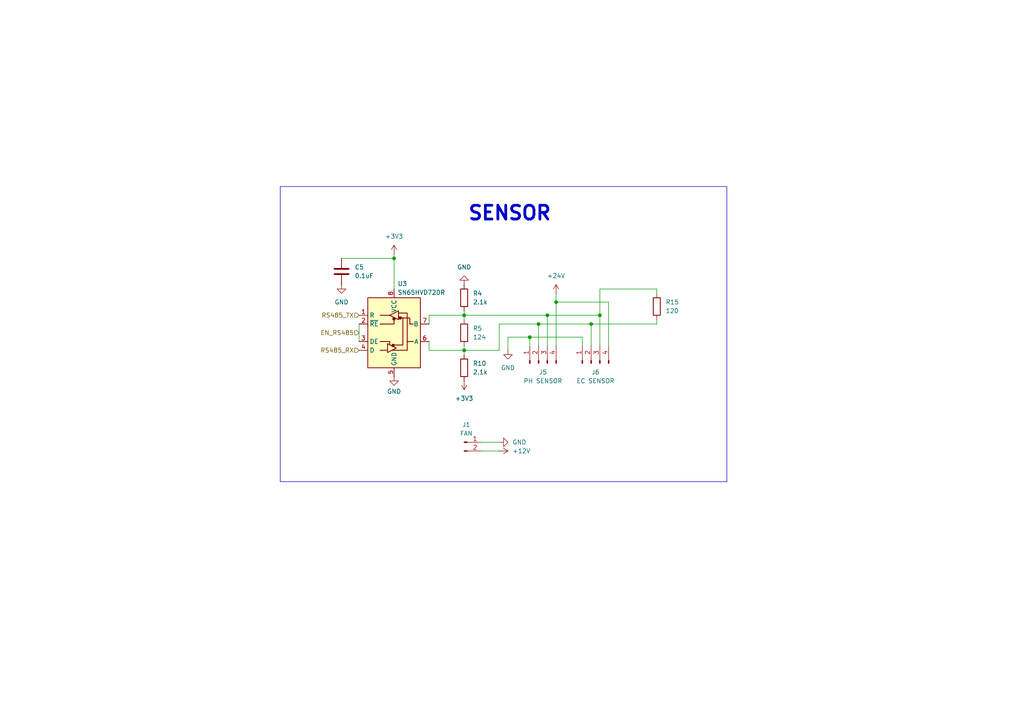
<source format=kicad_sch>
(kicad_sch (version 20231120) (generator "eeschema") (generator_version "8.0")
  (paper "A4")
  (lib_symbols
    (symbol "Connector:Conn_01x02_Pin" (pin_names (offset 1.016) hide)
      (property "Reference" "J" (at 0 2.54 0))
      (property "Value" "Conn_01x02_Pin" (at 0 -5.08 0))
      (symbol "Conn_01x02_Pin_1_1"
        (polyline (pts (xy 1.27 -2.54) (xy 0.8636 -2.54)) (stroke (width 0.1524)))
        (polyline (pts (xy 1.27 0) (xy 0.8636 0)) (stroke (width 0.1524)))
        (rectangle (start 0.8636 -2.413) (end 0 -2.667) (stroke (width 0.1524)) (fill (type outline)))
        (rectangle (start 0.8636 0.127) (end 0 -0.127) (stroke (width 0.1524)) (fill (type outline)))
        (pin passive line (at 5.08 0 180) (length 3.81) (name "Pin_1") (number "1"))
        (pin passive line (at 5.08 -2.54 180) (length 3.81) (name "Pin_2") (number "2"))
      )
    )
    (symbol "Connector:Conn_01x04_Pin" (pin_names (offset 1.016) hide)
      (property "Reference" "J" (at 0 5.08 0))
      (property "Value" "Conn_01x04_Pin" (at 0 -7.62 0))
      (symbol "Conn_01x04_Pin_1_1"
        (polyline (pts (xy 1.27 -5.08) (xy 0.8636 -5.08)) (stroke (width 0.1524)))
        (polyline (pts (xy 1.27 -2.54) (xy 0.8636 -2.54)) (stroke (width 0.1524)))
        (polyline (pts (xy 1.27 0) (xy 0.8636 0)) (stroke (width 0.1524)))
        (polyline (pts (xy 1.27 2.54) (xy 0.8636 2.54)) (stroke (width 0.1524)))
        (rectangle (start 0.8636 -4.953) (end 0 -5.207) (stroke (width 0.1524)) (fill (type outline)))
        (rectangle (start 0.8636 -2.413) (end 0 -2.667) (stroke (width 0.1524)) (fill (type outline)))
        (rectangle (start 0.8636 0.127) (end 0 -0.127) (stroke (width 0.1524)) (fill (type outline)))
        (rectangle (start 0.8636 2.667) (end 0 2.413) (stroke (width 0.1524)) (fill (type outline)))
        (pin passive line (at 5.08 2.54 180) (length 3.81) (name "Pin_1") (number "1"))
        (pin passive line (at 5.08 0 180) (length 3.81) (name "Pin_2") (number "2"))
        (pin passive line (at 5.08 -2.54 180) (length 3.81) (name "Pin_3") (number "3"))
        (pin passive line (at 5.08 -5.08 180) (length 3.81) (name "Pin_4") (number "4"))
      )
    )
    (symbol "Device:C" (pin_numbers hide) (pin_names (offset 0.254))
      (property "Reference" "C" (at 0.635 2.54 0))
      (property "Value" "C" (at 0.635 -2.54 0))
      (symbol "C_0_1"
        (polyline (pts (xy -2.032 -0.762) (xy 2.032 -0.762)) (stroke (width 0.508)))
        (polyline (pts (xy -2.032 0.762) (xy 2.032 0.762)) (stroke (width 0.508)))
      )
      (symbol "C_1_1"
        (pin passive line (at 0 3.81 270) (length 2.794) (name "~") (number "1"))
        (pin passive line (at 0 -3.81 90) (length 2.794) (name "~") (number "2"))
      )
    )
    (symbol "Device:R" (pin_numbers hide) (pin_names (offset 0))
      (property "Reference" "R" (at 2.032 0 90))
      (property "Value" "R" (at 0 0 90))
      (symbol "R_0_1"
        (rectangle (start -1.016 -2.54) (end 1.016 2.54) (stroke (width 0.254)))
      )
      (symbol "R_1_1"
        (pin passive line (at 0 3.81 270) (length 1.27) (name "~") (number "1"))
        (pin passive line (at 0 -3.81 90) (length 1.27) (name "~") (number "2"))
      )
    )
    (symbol "Interface_UART:SN65HVD11HD"
      (property "Reference" "U" (at -7.62 12.7 0))
      (property "Value" "SN65HVD11HD" (at 2.54 12.7 0))
      (symbol "SN65HVD11HD_0_1"
        (rectangle (start -7.62 10.16) (end 7.62 -10.16) (stroke (width 0.254)) (fill (type background)))
        (circle (center -0.3048 -3.683) (radius 0.3556) (stroke (width 0.254)) (fill (type outline)))
        (circle (center -0.0254 4.0386) (radius 0.3556) (stroke (width 0.254)) (fill (type outline)))
        (polyline (pts (xy -4.064 -5.08) (xy -1.905 -5.08)) (stroke (width 0.254)))
        (polyline (pts (xy -4.064 5.08) (xy -1.27 5.08)) (stroke (width 0.254)))
        (polyline (pts (xy -1.27 -3.2004) (xy -1.27 -3.4544)) (stroke (width 0.254)))
        (polyline (pts (xy -4.064 -2.54) (xy -1.27 -2.54) (xy -1.27 -3.175)) (stroke (width 0.254)))
        (polyline (pts (xy 0 3.81) (xy 0 2.54) (xy -4.064 2.54)) (stroke (width 0.254)))
        (polyline (pts (xy 1.27 5.715) (xy 3.81 5.715) (xy 3.81 -2.54)) (stroke (width 0.254)))
        (polyline (pts (xy 2.54 4.318) (xy 2.54 -3.556) (xy -0.254 -3.556)) (stroke (width 0.254)))
        (polyline (pts (xy -1.905 -3.175) (xy -1.905 -5.715) (xy 0.635 -4.445) (xy -1.905 -3.175)) (stroke (width 0.254)))
        (polyline (pts (xy -1.27 5.08) (xy 1.27 6.35) (xy 1.27 3.81) (xy -1.27 5.08)) (stroke (width 0.254)))
        (polyline (pts (xy -0.508 -5.08) (xy 3.81 -5.08) (xy 3.81 -2.54) (xy 5.588 -2.54)) (stroke (width 0.254)))
        (polyline (pts (xy 2.032 4.318) (xy 4.572 4.318) (xy 4.572 2.54) (xy 5.588 2.54)) (stroke (width 0.254)))
        (rectangle (start 1.27 3.175) (end 1.27 3.175))
        (circle (center 1.778 4.318) (radius 0.3556) (stroke (width 0.254)) (fill (type outline)))
      )
      (symbol "SN65HVD11HD_1_1"
        (pin output line (at -10.16 5.08 0) (length 2.54) (name "R") (number "1"))
        (pin input line (at -10.16 2.54 0) (length 2.54) (name "~{RE}") (number "2"))
        (pin input line (at -10.16 -2.54 0) (length 2.54) (name "DE") (number "3"))
        (pin input line (at -10.16 -5.08 0) (length 2.54) (name "D") (number "4"))
        (pin power_in line (at 0 -12.7 90) (length 2.54) (name "GND") (number "5"))
        (pin bidirectional line (at 10.16 -2.54 180) (length 2.54) (name "A") (number "6"))
        (pin bidirectional line (at 10.16 2.54 180) (length 2.54) (name "B") (number "7"))
        (pin power_in line (at 0 12.7 270) (length 2.54) (name "VCC") (number "8"))
      )
    )
    (symbol "power:+12V" (power) (pin_numbers hide) (pin_names (offset 0) hide)
      (property "Value" "+12V" (at 0 3.556 0))
      (symbol "+12V_0_1"
        (polyline (pts (xy -0.762 1.27) (xy 0 2.54)))
        (polyline (pts (xy 0 0) (xy 0 2.54)))
        (polyline (pts (xy 0 2.54) (xy 0.762 1.27)))
      )
      (symbol "+12V_1_1"
        (pin power_in line (at 0 0 90) (length 0) (name "~") (number "1"))
      )
    )
    (symbol "power:+24V" (power) (pin_numbers hide) (pin_names (offset 0) hide)
      (property "Value" "+24V" (at 0 3.556 0))
      (symbol "+24V_0_1"
        (polyline (pts (xy -0.762 1.27) (xy 0 2.54)))
        (polyline (pts (xy 0 0) (xy 0 2.54)))
        (polyline (pts (xy 0 2.54) (xy 0.762 1.27)))
      )
      (symbol "+24V_1_1"
        (pin power_in line (at 0 0 90) (length 0) (name "~") (number "1"))
      )
    )
    (symbol "power:+3V3" (power) (pin_numbers hide) (pin_names (offset 0) hide)
      (property "Value" "+3V3" (at 0 3.556 0))
      (symbol "+3V3_0_1"
        (polyline (pts (xy -0.762 1.27) (xy 0 2.54)))
        (polyline (pts (xy 0 0) (xy 0 2.54)))
        (polyline (pts (xy 0 2.54) (xy 0.762 1.27)))
      )
      (symbol "+3V3_1_1"
        (pin power_in line (at 0 0 90) (length 0) (name "~") (number "1"))
      )
    )
    (symbol "power:GND" (power) (pin_numbers hide) (pin_names (offset 0) hide)
      (property "Value" "GND" (at 0 -3.81 0))
      (symbol "GND_0_1"
        (polyline (pts (xy 0 0) (xy 0 -1.27) (xy 1.27 -1.27) (xy 0 -2.54) (xy -1.27 -1.27) (xy 0 -1.27)))
      )
      (symbol "GND_1_1"
        (pin power_in line (at 0 0 270) (length 0) (name "~") (number "1"))
      )
    )
  )
  (junction (at 171.45 93.98))
  (junction (at 156.21 93.98))
  (junction (at 153.67 97.79))
  (junction (at 134.62 91.44))
  (junction (at 161.29 87.63))
  (junction (at 134.62 101.6))
  (junction (at 158.75 91.44))
  (junction (at 114.3 74.93))
  (junction (at 173.99 91.44))
  (wire (pts (xy 156.21 93.98) (xy 156.21 100.33)))
  (wire (pts (xy 134.62 101.6) (xy 134.62 102.87)))
  (wire (pts (xy 134.62 90.17) (xy 134.62 91.44)))
  (wire (pts (xy 124.46 101.6) (xy 134.62 101.6)))
  (wire (pts (xy 124.46 99.06) (xy 124.46 101.6)))
  (wire (pts (xy 156.21 93.98) (xy 144.78 93.98)))
  (wire (pts (xy 104.14 93.98) (xy 104.14 99.06)))
  (wire (pts (xy 190.5 93.98) (xy 190.5 92.71)))
  (wire (pts (xy 114.3 73.66) (xy 114.3 74.93)))
  (wire (pts (xy 173.99 83.82) (xy 173.99 91.44)))
  (wire (pts (xy 99.06 74.93) (xy 114.3 74.93)))
  (wire (pts (xy 144.78 101.6) (xy 134.62 101.6)))
  (wire (pts (xy 190.5 93.98) (xy 171.45 93.98)))
  (wire (pts (xy 190.5 85.09) (xy 190.5 83.82)))
  (wire (pts (xy 153.67 97.79) (xy 168.91 97.79)))
  (wire (pts (xy 168.91 97.79) (xy 168.91 100.33)))
  (wire (pts (xy 139.7 128.27) (xy 144.78 128.27)))
  (wire (pts (xy 176.53 87.63) (xy 176.53 100.33)))
  (wire (pts (xy 171.45 93.98) (xy 171.45 100.33)))
  (wire (pts (xy 153.67 97.79) (xy 153.67 100.33)))
  (wire (pts (xy 144.78 93.98) (xy 144.78 101.6)))
  (wire (pts (xy 190.5 83.82) (xy 173.99 83.82)))
  (wire (pts (xy 147.32 97.79) (xy 147.32 101.6)))
  (wire (pts (xy 139.7 130.81) (xy 144.78 130.81)))
  (wire (pts (xy 161.29 87.63) (xy 176.53 87.63)))
  (wire (pts (xy 153.67 97.79) (xy 147.32 97.79)))
  (wire (pts (xy 161.29 100.33) (xy 161.29 87.63)))
  (wire (pts (xy 134.62 91.44) (xy 134.62 92.71)))
  (wire (pts (xy 134.62 100.33) (xy 134.62 101.6)))
  (wire (pts (xy 171.45 93.98) (xy 156.21 93.98)))
  (wire (pts (xy 158.75 91.44) (xy 134.62 91.44)))
  (wire (pts (xy 161.29 85.09) (xy 161.29 87.63)))
  (wire (pts (xy 173.99 91.44) (xy 173.99 100.33)))
  (wire (pts (xy 114.3 74.93) (xy 114.3 83.82)))
  (wire (pts (xy 124.46 91.44) (xy 124.46 93.98)))
  (wire (pts (xy 124.46 91.44) (xy 134.62 91.44)))
  (wire (pts (xy 173.99 91.44) (xy 158.75 91.44)))
  (wire (pts (xy 158.75 91.44) (xy 158.75 100.33)))
  (rectangle (start 81.28 54.102) (end 210.82 139.7))
  (text "SENSOR\n" (at 147.828 61.976 0) (effects (font (size 4 4) (bold yes))))
  (hierarchical_label "RS485_TX" (shape input) (at 104.14 91.44 180))
  (hierarchical_label "RS485_RX" (shape input) (at 104.14 101.6 180))
  (hierarchical_label "EN_RS485" (shape input) (at 104.14 96.52 180))
  (symbol (lib_id "power:GND") (at 114.3 109.22 0) (unit 1)
    (property "Reference" "#PWR022" (effects (hide yes)))
    (property "Value" "GND" (at 114.3 113.538 0))
    (property "Description" "Power symbol creates a global label with name \"GND\" , ground" (effects (hide yes)))
  )
  (symbol (lib_id "power:+12V") (at 144.78 130.81 270) (unit 1)
    (property "Reference" "#PWR08" (effects (hide yes)))
    (property "Value" "+12V" (at 148.59 130.8099 90) (effects (justify left)))
    (property "Description" "Power symbol creates a global label with name \"+12V\"" (effects (hide yes)))
  )
  (symbol (lib_id "power:GND") (at 134.62 82.55 180) (unit 1)
    (property "Reference" "#PWR023" (effects (hide yes)))
    (property "Value" "GND" (at 134.62 77.47 0))
    (property "Description" "Power symbol creates a global label with name \"GND\" , ground" (effects (hide yes)))
  )
  (symbol (lib_id "power:GND") (at 99.06 82.55 0) (unit 1)
    (property "Reference" "#PWR020" (effects (hide yes)))
    (property "Value" "GND" (at 99.06 87.63 0))
    (property "Description" "Power symbol creates a global label with name \"GND\" , ground" (effects (hide yes)))
  )
  (symbol (lib_id "power:GND") (at 144.78 128.27 90) (unit 1)
    (property "Reference" "#PWR09" (effects (hide yes)))
    (property "Value" "GND" (at 148.59 128.2699 90) (effects (justify right)))
    (property "Description" "Power symbol creates a global label with name \"GND\" , ground" (effects (hide yes)))
  )
  (symbol (lib_id "Connector:Conn_01x02_Pin") (at 134.62 128.27 0) (unit 1)
    (property "Reference" "J1" (at 135.255 123.19 0))
    (property "Value" "FAN" (at 135.255 125.73 0))
    (property "Footprint" "Connector_Phoenix_MC:PhoenixContact_MCV_1,5_2-G-3.5_1x02_P3.50mm_Vertical" (effects (hide yes)))
    (property "Description" "Generic connector, single row, 01x02, script generated" (effects (hide yes)))
  )
  (symbol (lib_id "Device:R") (at 134.62 96.52 180) (unit 1)
    (property "Reference" "R5" (at 137.16 95.2499 0) (effects (justify right)))
    (property "Value" "124" (at 137.16 97.7899 0) (effects (justify right)))
    (property "Footprint" "Resistor_SMD:R_0603_1608Metric" (effects (hide yes)))
    (property "Description" "62.5mW Thick Film Resistors 50V ±100ppm/℃ ±1% 10kΩ 0402" (effects (hide yes)))
    (property "MFR" "0402WGF1002TCE" (effects (hide yes)))
    (property "LCSC" "C25744" (effects (hide yes)))
  )
  (symbol (lib_id "Interface_UART:SN65HVD11HD") (at 114.3 96.52 0) (unit 1)
    (property "Reference" "U3" (at 115.316 82.296 0) (effects (justify left)))
    (property "Value" "SN65HVD72DR" (at 115.316 84.836 0) (effects (justify left)))
    (property "Footprint" "Package_SO:SOIC-8_3.9x4.9mm_P1.27mm" (effects (hide yes)))
    (property "Datasheet" "https://wmsc.lcsc.com/wmsc/upload/file/pdf/v2/lcsc/1810161612_Texas-Instruments-SN65HVD72DR_C48125.pdf" (effects (hide yes)))
    (property "Description" "3.3V, RS-485 Transceiver, SOIC-8" (effects (hide yes)))
    (property "LCSC" " C48125" (effects (hide yes)))
    (property "MFR.Part" "SN65HVD72DR" (effects (hide yes)))
  )
  (symbol (lib_id "Device:C") (at 99.06 78.74 0) (unit 1)
    (property "Reference" "C5" (at 102.87 77.4699 0) (effects (justify left)))
    (property "Value" "0.1uF" (at 102.87 80.0099 0) (effects (justify left)))
    (property "Footprint" "Capacitor_SMD:C_0603_1608Metric" (effects (hide yes)))
    (property "Description" "50V 100nF X7R ±10% 0402" (effects (hide yes)))
    (property "MFR" "CL05B104KB54PNC" (effects (hide yes)))
    (property "LCSC" "C307331" (effects (hide yes)))
  )
  (symbol (lib_id "Device:R") (at 190.5 88.9 180) (unit 1)
    (property "Reference" "R15" (at 193.04 87.6299 0) (effects (justify right)))
    (property "Value" "120" (at 193.04 90.1699 0) (effects (justify right)))
    (property "Footprint" "Resistor_SMD:R_0603_1608Metric" (effects (hide yes)))
    (property "Description" "62.5mW Thick Film Resistors 50V ±100ppm/℃ ±1% 10kΩ 0402" (effects (hide yes)))
    (property "MFR" "0402WGF1002TCE" (effects (hide yes)))
    (property "LCSC" "C25744" (effects (hide yes)))
  )
  (symbol (lib_id "power:+24V") (at 161.29 85.09 0) (unit 1)
    (property "Reference" "#PWR02" (effects (hide yes)))
    (property "Value" "+24V" (at 161.29 80.01 0))
    (property "Description" "Power symbol creates a global label with name \"+24V\"" (effects (hide yes)))
  )
  (symbol (lib_id "Connector:Conn_01x04_Pin") (at 156.21 105.41 90) (unit 1)
    (property "Reference" "J5" (at 157.48 107.95 90))
    (property "Value" "PH SENSOR" (at 157.48 110.49 90))
    (property "Footprint" "Connector_Phoenix_MC:PhoenixContact_MCV_1,5_4-G-3.81_1x04_P3.81mm_Vertical" (effects (hide yes)))
    (property "Description" "Generic connector, single row, 01x04, script generated" (effects (hide yes)))
  )
  (symbol (lib_id "power:GND") (at 147.32 101.6 0) (unit 1)
    (property "Reference" "#PWR025" (effects (hide yes)))
    (property "Value" "GND" (at 147.32 106.68 0))
    (property "Description" "Power symbol creates a global label with name \"GND\" , ground" (effects (hide yes)))
  )
  (symbol (lib_id "Connector:Conn_01x04_Pin") (at 171.45 105.41 90) (unit 1)
    (property "Reference" "J6" (at 172.72 107.95 90))
    (property "Value" "EC SENSOR" (at 172.72 110.49 90))
    (property "Footprint" "Connector_Phoenix_MC:PhoenixContact_MCV_1,5_4-G-3.81_1x04_P3.81mm_Vertical" (effects (hide yes)))
    (property "Description" "Generic connector, single row, 01x04, script generated" (effects (hide yes)))
  )
  (symbol (lib_id "power:+3V3") (at 114.3 73.66 0) (unit 1)
    (property "Reference" "#PWR021" (effects (hide yes)))
    (property "Value" "+3V3" (at 114.3 68.58 0))
    (property "Description" "Power symbol creates a global label with name \"+3V3\"" (effects (hide yes)))
  )
  (symbol (lib_id "Device:R") (at 134.62 86.36 180) (unit 1)
    (property "Reference" "R4" (at 137.16 85.0899 0) (effects (justify right)))
    (property "Value" "2.1k" (at 137.16 87.6299 0) (effects (justify right)))
    (property "Footprint" "Resistor_SMD:R_0603_1608Metric" (effects (hide yes)))
    (property "Description" "62.5mW Thick Film Resistors 50V ±100ppm/℃ ±1% 10kΩ 0402" (effects (hide yes)))
    (property "MFR" "0402WGF1002TCE" (effects (hide yes)))
    (property "LCSC" "C25744" (effects (hide yes)))
  )
  (symbol (lib_id "power:+3V3") (at 134.62 110.49 180) (unit 1)
    (property "Reference" "#PWR024" (effects (hide yes)))
    (property "Value" "+3V3" (at 134.62 115.57 0))
    (property "Description" "Power symbol creates a global label with name \"+3V3\"" (effects (hide yes)))
  )
  (symbol (lib_id "Device:R") (at 134.62 106.68 180) (unit 1)
    (property "Reference" "R10" (at 137.16 105.4099 0) (effects (justify right)))
    (property "Value" "2.1k" (at 137.16 107.9499 0) (effects (justify right)))
    (property "Footprint" "Resistor_SMD:R_0603_1608Metric" (effects (hide yes)))
    (property "Description" "62.5mW Thick Film Resistors 50V ±100ppm/℃ ±1% 10kΩ 0402" (effects (hide yes)))
    (property "MFR" "0402WGF1002TCE" (effects (hide yes)))
    (property "LCSC" "C25744" (effects (hide yes)))
  )
)
</source>
